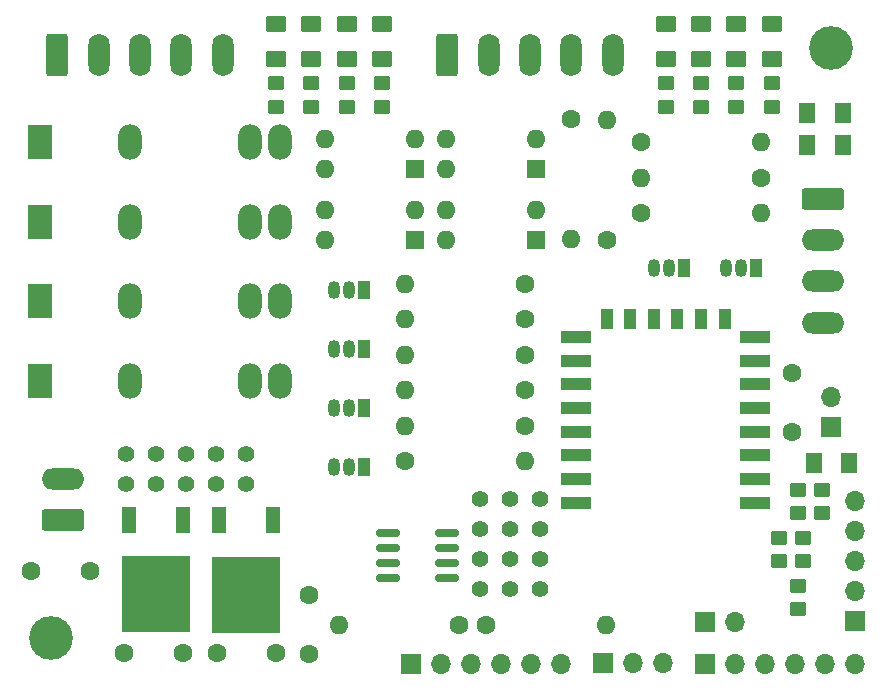
<source format=gbr>
%TF.GenerationSoftware,KiCad,Pcbnew,(6.0.7)*%
%TF.CreationDate,2023-02-02T17:51:50-05:00*%
%TF.ProjectId,ESPoules,4553506f-756c-4657-932e-6b696361645f,rev?*%
%TF.SameCoordinates,Original*%
%TF.FileFunction,Soldermask,Top*%
%TF.FilePolarity,Negative*%
%FSLAX46Y46*%
G04 Gerber Fmt 4.6, Leading zero omitted, Abs format (unit mm)*
G04 Created by KiCad (PCBNEW (6.0.7)) date 2023-02-02 17:51:50*
%MOMM*%
%LPD*%
G01*
G04 APERTURE LIST*
G04 Aperture macros list*
%AMRoundRect*
0 Rectangle with rounded corners*
0 $1 Rounding radius*
0 $2 $3 $4 $5 $6 $7 $8 $9 X,Y pos of 4 corners*
0 Add a 4 corners polygon primitive as box body*
4,1,4,$2,$3,$4,$5,$6,$7,$8,$9,$2,$3,0*
0 Add four circle primitives for the rounded corners*
1,1,$1+$1,$2,$3*
1,1,$1+$1,$4,$5*
1,1,$1+$1,$6,$7*
1,1,$1+$1,$8,$9*
0 Add four rect primitives between the rounded corners*
20,1,$1+$1,$2,$3,$4,$5,0*
20,1,$1+$1,$4,$5,$6,$7,0*
20,1,$1+$1,$6,$7,$8,$9,0*
20,1,$1+$1,$8,$9,$2,$3,0*%
G04 Aperture macros list end*
%ADD10R,1.600000X1.600000*%
%ADD11O,1.600000X1.600000*%
%ADD12C,1.400000*%
%ADD13C,3.700000*%
%ADD14C,1.600000*%
%ADD15RoundRect,0.250001X0.624999X-0.462499X0.624999X0.462499X-0.624999X0.462499X-0.624999X-0.462499X0*%
%ADD16R,1.700000X1.700000*%
%ADD17O,1.700000X1.700000*%
%ADD18R,2.000000X3.000000*%
%ADD19O,2.000000X3.000000*%
%ADD20RoundRect,0.250000X0.450000X-0.350000X0.450000X0.350000X-0.450000X0.350000X-0.450000X-0.350000X0*%
%ADD21RoundRect,0.250001X-0.624999X0.462499X-0.624999X-0.462499X0.624999X-0.462499X0.624999X0.462499X0*%
%ADD22R,1.050000X1.500000*%
%ADD23O,1.050000X1.500000*%
%ADD24RoundRect,0.150000X-0.825000X-0.150000X0.825000X-0.150000X0.825000X0.150000X-0.825000X0.150000X0*%
%ADD25RoundRect,0.250000X-0.450000X0.350000X-0.450000X-0.350000X0.450000X-0.350000X0.450000X0.350000X0*%
%ADD26RoundRect,0.250000X-0.650000X-1.550000X0.650000X-1.550000X0.650000X1.550000X-0.650000X1.550000X0*%
%ADD27O,1.800000X3.600000*%
%ADD28RoundRect,0.250000X1.550000X-0.650000X1.550000X0.650000X-1.550000X0.650000X-1.550000X-0.650000X0*%
%ADD29O,3.600000X1.800000*%
%ADD30R,2.500000X1.000000*%
%ADD31R,1.000000X1.800000*%
%ADD32RoundRect,0.250001X0.462499X0.624999X-0.462499X0.624999X-0.462499X-0.624999X0.462499X-0.624999X0*%
%ADD33R,1.200000X2.200000*%
%ADD34R,5.800000X6.400000*%
%ADD35RoundRect,0.250000X-1.550000X0.650000X-1.550000X-0.650000X1.550000X-0.650000X1.550000X0.650000X0*%
G04 APERTURE END LIST*
D10*
%TO.C,U9*%
X171800000Y-115275000D03*
D11*
X171800000Y-112735000D03*
X164180000Y-112735000D03*
X164180000Y-115275000D03*
%TD*%
D12*
%TO.C,REF\u002A\u002A*%
X149860000Y-135890000D03*
%TD*%
%TO.C,REF\u002A\u002A*%
X149860000Y-133350000D03*
%TD*%
D13*
%TO.C,REF\u002A\u002A*%
X207000000Y-99000000D03*
%TD*%
D12*
%TO.C,REF\u002A\u002A*%
X179839765Y-139700000D03*
%TD*%
%TO.C,REF\u002A\u002A*%
X157480000Y-135890000D03*
%TD*%
%TO.C,REF\u002A\u002A*%
X182366740Y-139700000D03*
%TD*%
%TO.C,REF\u002A\u002A*%
X179839765Y-137160000D03*
%TD*%
%TO.C,+*%
X177323246Y-139700000D03*
%TD*%
%TO.C,REF\u002A\u002A*%
X152400000Y-135890000D03*
%TD*%
%TO.C,REF\u002A\u002A*%
X157480000Y-133350000D03*
%TD*%
%TO.C,REF\u002A\u002A*%
X177323246Y-137160000D03*
%TD*%
%TO.C,REF\u002A\u002A*%
X179863246Y-144780000D03*
%TD*%
%TO.C,REF\u002A\u002A*%
X152400000Y-133350000D03*
%TD*%
D13*
%TO.C,REF\u002A\u002A*%
X141000000Y-149000000D03*
%TD*%
D12*
%TO.C,-*%
X177323246Y-142240000D03*
%TD*%
%TO.C,REF\u002A\u002A*%
X147320000Y-135890000D03*
%TD*%
%TO.C,REF\u002A\u002A*%
X179839765Y-142240000D03*
%TD*%
%TO.C,REF\u002A\u002A*%
X182390221Y-144780000D03*
%TD*%
%TO.C,REF\u002A\u002A*%
X147320000Y-133350000D03*
%TD*%
%TO.C,REF\u002A\u002A*%
X154940000Y-133350000D03*
%TD*%
%TO.C,REF\u002A\u002A*%
X182366740Y-142240000D03*
%TD*%
%TO.C,REF\u002A\u002A*%
X154940000Y-135890000D03*
%TD*%
%TO.C,OUT*%
X177323246Y-144780000D03*
%TD*%
%TO.C,REF\u002A\u002A*%
X182366740Y-137160000D03*
%TD*%
D14*
%TO.C,R24*%
X177800000Y-147828000D03*
D11*
X187960000Y-147828000D03*
%TD*%
D15*
%TO.C,D2*%
X160000000Y-99975000D03*
X160000000Y-97000000D03*
%TD*%
D16*
%TO.C,J9*%
X171450000Y-151130000D03*
D17*
X173990000Y-151130000D03*
X176530000Y-151130000D03*
X179070000Y-151130000D03*
X181610000Y-151130000D03*
X184150000Y-151130000D03*
%TD*%
D18*
%TO.C,U5*%
X140000000Y-113731000D03*
D19*
X147620000Y-113731000D03*
X157780000Y-113731000D03*
X160320000Y-113731000D03*
%TD*%
D16*
%TO.C,J5*%
X209042000Y-147569000D03*
D17*
X209042000Y-145029000D03*
X209042000Y-142489000D03*
X209042000Y-139949000D03*
X209042000Y-137409000D03*
%TD*%
D14*
%TO.C,R10*%
X181080000Y-128000000D03*
D11*
X170920000Y-128000000D03*
%TD*%
D14*
%TO.C,C5*%
X203708000Y-126492000D03*
X203708000Y-131492000D03*
%TD*%
D20*
%TO.C,R21*%
X202000000Y-104000000D03*
X202000000Y-102000000D03*
%TD*%
D14*
%TO.C,R2*%
X170920000Y-134000000D03*
D11*
X181080000Y-134000000D03*
%TD*%
D20*
%TO.C,R12*%
X163000000Y-104000000D03*
X163000000Y-102000000D03*
%TD*%
%TO.C,R18*%
X202565000Y-142478000D03*
X202565000Y-140478000D03*
%TD*%
D21*
%TO.C,D8*%
X193000000Y-97012500D03*
X193000000Y-99987500D03*
%TD*%
D20*
%TO.C,R23*%
X204597000Y-142478000D03*
X204597000Y-140478000D03*
%TD*%
D14*
%TO.C,C4*%
X162814000Y-145328000D03*
X162814000Y-150328000D03*
%TD*%
D10*
%TO.C,U11*%
X182050000Y-115275000D03*
D11*
X182050000Y-112735000D03*
X174430000Y-112735000D03*
X174430000Y-115275000D03*
%TD*%
D16*
%TO.C,J4*%
X196342000Y-151130000D03*
D17*
X198882000Y-151130000D03*
X201422000Y-151130000D03*
X203962000Y-151130000D03*
X206502000Y-151130000D03*
X209042000Y-151130000D03*
%TD*%
D11*
%TO.C,R7*%
X170920000Y-119000000D03*
D14*
X181080000Y-119000000D03*
%TD*%
D15*
%TO.C,D3*%
X163000000Y-99975000D03*
X163000000Y-97000000D03*
%TD*%
D14*
%TO.C,R8*%
X181080000Y-122000000D03*
D11*
X170920000Y-122000000D03*
%TD*%
D14*
%TO.C,R3*%
X181080000Y-131000000D03*
D11*
X170920000Y-131000000D03*
%TD*%
D22*
%TO.C,Q5*%
X194564000Y-117602000D03*
D23*
X193294000Y-117602000D03*
X192024000Y-117602000D03*
%TD*%
D24*
%TO.C,U8*%
X169525000Y-140095000D03*
X169525000Y-141365000D03*
X169525000Y-142635000D03*
X169525000Y-143905000D03*
X174475000Y-143905000D03*
X174475000Y-142635000D03*
X174475000Y-141365000D03*
X174475000Y-140095000D03*
%TD*%
D20*
%TO.C,R20*%
X199000000Y-104000000D03*
X199000000Y-102000000D03*
%TD*%
D14*
%TO.C,C3*%
X139232000Y-143256000D03*
X144232000Y-143256000D03*
%TD*%
D21*
%TO.C,D9*%
X196000000Y-97012500D03*
X196000000Y-99987500D03*
%TD*%
D25*
%TO.C,R6*%
X206248000Y-136414000D03*
X206248000Y-138414000D03*
%TD*%
D20*
%TO.C,R22*%
X204216000Y-146542000D03*
X204216000Y-144542000D03*
%TD*%
D16*
%TO.C,J8*%
X187721000Y-151105000D03*
D17*
X190261000Y-151105000D03*
X192801000Y-151105000D03*
%TD*%
D26*
%TO.C,J2*%
X141500000Y-99642500D03*
D27*
X145000000Y-99642500D03*
X148500000Y-99642500D03*
X152000000Y-99642500D03*
X155500000Y-99642500D03*
%TD*%
D20*
%TO.C,R11*%
X160000000Y-104000000D03*
X160000000Y-102000000D03*
%TD*%
D28*
%TO.C,J3*%
X142000000Y-139000000D03*
D29*
X142000000Y-135500000D03*
%TD*%
D30*
%TO.C,U1*%
X200600000Y-137500000D03*
X200600000Y-135500000D03*
X200600000Y-133500000D03*
X200600000Y-131500000D03*
X200600000Y-129500000D03*
X200600000Y-127500000D03*
X200600000Y-125500000D03*
X200600000Y-123500000D03*
D31*
X198000000Y-122000000D03*
X196000000Y-122000000D03*
X194000000Y-122000000D03*
X192000000Y-122000000D03*
X190000000Y-122000000D03*
X188000000Y-122000000D03*
D30*
X185400000Y-123500000D03*
X185400000Y-125500000D03*
X185400000Y-127500000D03*
X185400000Y-129500000D03*
X185400000Y-131500000D03*
X185400000Y-133500000D03*
X185400000Y-135500000D03*
X185400000Y-137500000D03*
%TD*%
D32*
%TO.C,D7*%
X207987500Y-104500000D03*
X205012500Y-104500000D03*
%TD*%
D33*
%TO.C,U2*%
X152141000Y-138940000D03*
D34*
X149861000Y-145240000D03*
D33*
X147581000Y-138940000D03*
%TD*%
D14*
%TO.C,R1*%
X175514000Y-147828000D03*
D11*
X165354000Y-147828000D03*
%TD*%
D15*
%TO.C,D4*%
X166000000Y-99975000D03*
X166000000Y-97000000D03*
%TD*%
D21*
%TO.C,D10*%
X199000000Y-97012500D03*
X199000000Y-99987500D03*
%TD*%
D10*
%TO.C,U12*%
X182050000Y-109275000D03*
D11*
X182050000Y-106735000D03*
X174430000Y-106735000D03*
X174430000Y-109275000D03*
%TD*%
D20*
%TO.C,R13*%
X166000000Y-104000000D03*
X166000000Y-102000000D03*
%TD*%
D32*
%TO.C,D1*%
X208534000Y-134112000D03*
X205559000Y-134112000D03*
%TD*%
D14*
%TO.C,RTRIG1*%
X188000000Y-115250000D03*
D11*
X188000000Y-105090000D03*
%TD*%
D22*
%TO.C,Q2*%
X167500000Y-124500000D03*
D23*
X166230000Y-124500000D03*
X164960000Y-124500000D03*
%TD*%
D14*
%TO.C,R17*%
X185000000Y-105000000D03*
D11*
X185000000Y-115160000D03*
%TD*%
D22*
%TO.C,Q3*%
X167500000Y-129500000D03*
D23*
X166230000Y-129500000D03*
X164960000Y-129500000D03*
%TD*%
D14*
%TO.C,R16*%
X190920000Y-107000000D03*
D11*
X201080000Y-107000000D03*
%TD*%
D14*
%TO.C,C1*%
X147105000Y-150265000D03*
X152105000Y-150265000D03*
%TD*%
%TO.C,RECHO1*%
X190920000Y-113000000D03*
D11*
X201080000Y-113000000D03*
%TD*%
D22*
%TO.C,Q4*%
X167500000Y-134500000D03*
D23*
X166230000Y-134500000D03*
X164960000Y-134500000D03*
%TD*%
D22*
%TO.C,Q1*%
X167500000Y-119500000D03*
D23*
X166230000Y-119500000D03*
X164960000Y-119500000D03*
%TD*%
D18*
%TO.C,U4*%
X140000000Y-107000000D03*
D19*
X147620000Y-107000000D03*
X157780000Y-107000000D03*
X160320000Y-107000000D03*
%TD*%
D33*
%TO.C,U3*%
X159760000Y-138988000D03*
D34*
X157480000Y-145288000D03*
D33*
X155200000Y-138988000D03*
%TD*%
D25*
%TO.C,R5*%
X204216000Y-136414000D03*
X204216000Y-138414000D03*
%TD*%
D26*
%TO.C,J6*%
X174517500Y-99642500D03*
D27*
X178017500Y-99642500D03*
X181517500Y-99642500D03*
X185017500Y-99642500D03*
X188517500Y-99642500D03*
%TD*%
D18*
%TO.C,U7*%
X140000000Y-127193000D03*
D19*
X147620000Y-127193000D03*
X157780000Y-127193000D03*
X160320000Y-127193000D03*
%TD*%
D20*
%TO.C,R19*%
X196000000Y-104000000D03*
X196000000Y-102000000D03*
%TD*%
D14*
%TO.C,R15*%
X201080000Y-110000000D03*
D11*
X190920000Y-110000000D03*
%TD*%
D22*
%TO.C,Q6*%
X200660000Y-117602000D03*
D23*
X199390000Y-117602000D03*
X198120000Y-117602000D03*
%TD*%
D16*
%TO.C,J10*%
X207010000Y-131069000D03*
D17*
X207010000Y-128529000D03*
%TD*%
D18*
%TO.C,U6*%
X140000000Y-120462000D03*
D19*
X147620000Y-120462000D03*
X157780000Y-120462000D03*
X160320000Y-120462000D03*
%TD*%
D15*
%TO.C,D5*%
X169000000Y-99975000D03*
X169000000Y-97000000D03*
%TD*%
D32*
%TO.C,D6*%
X207987500Y-107250000D03*
X205012500Y-107250000D03*
%TD*%
D20*
%TO.C,R14*%
X169000000Y-104000000D03*
X169000000Y-102000000D03*
%TD*%
D14*
%TO.C,R9*%
X181080000Y-125000000D03*
D11*
X170920000Y-125000000D03*
%TD*%
D20*
%TO.C,R4*%
X193000000Y-104000000D03*
X193000000Y-102000000D03*
%TD*%
D16*
%TO.C,J1*%
X196337000Y-147574000D03*
D17*
X198877000Y-147574000D03*
%TD*%
D14*
%TO.C,C2*%
X154979000Y-150265000D03*
X159979000Y-150265000D03*
%TD*%
D10*
%TO.C,U10*%
X171800000Y-109275000D03*
D11*
X171800000Y-106735000D03*
X164180000Y-106735000D03*
X164180000Y-109275000D03*
%TD*%
D21*
%TO.C,D11*%
X202000000Y-97012500D03*
X202000000Y-99987500D03*
%TD*%
D35*
%TO.C,J7*%
X206357500Y-111767500D03*
D29*
X206357500Y-115267500D03*
X206357500Y-118767500D03*
X206357500Y-122267500D03*
%TD*%
M02*

</source>
